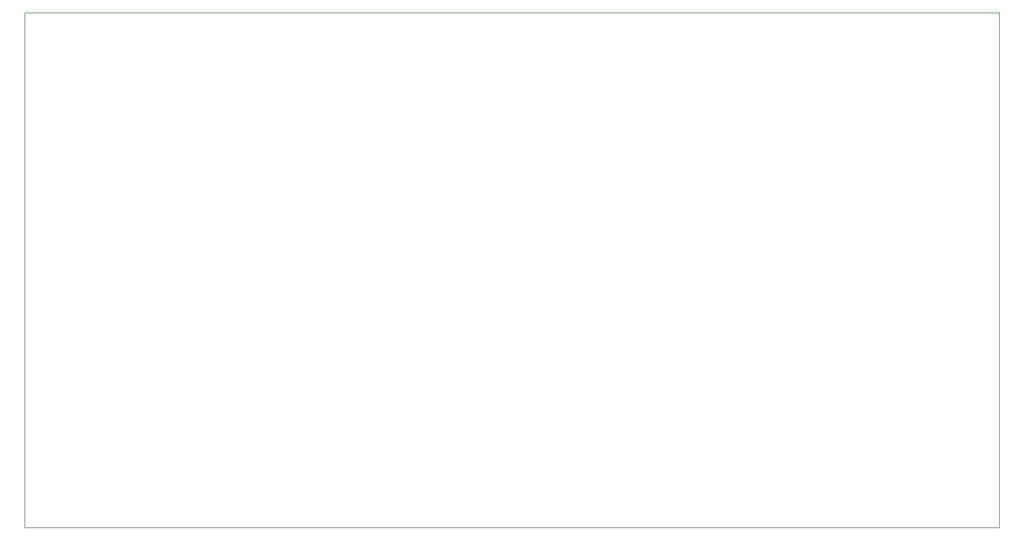
<source format=gm1>
G04 Layer_Color=16711935*
%FSLAX25Y25*%
%MOIN*%
G70*
G01*
G75*
%ADD47C,0.00800*%
D47*
X606500Y380000D02*
Y897500D01*
X1586500D01*
Y380000D02*
Y897500D01*
X606500Y380000D02*
X1586500D01*
M02*

</source>
